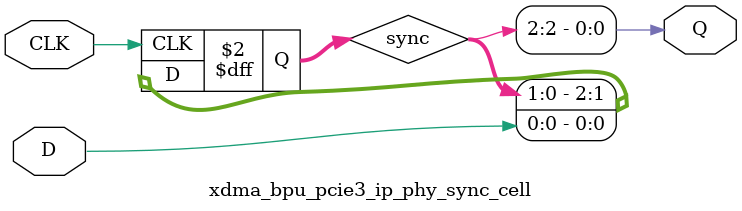
<source format=v>





`timescale 1ps / 1ps



//-------------------------------------------------------------------------------------------------
//  Synchronizer Library Module
//-------------------------------------------------------------------------------------------------
module xdma_bpu_pcie3_ip_phy_sync_cell #
(
    parameter integer STAGE = 2
)
(
    //-------------------------------------------------------------------------- 
    //  Input Ports
    //-------------------------------------------------------------------------- 
    input                               CLK,
    input                               D,
    
    //-------------------------------------------------------------------------- 
    //  Output Ports
    //-------------------------------------------------------------------------- 
    output                              Q
);

    //-------------------------------------------------------------------------- 
    //  Synchronized Signals
    //--------------------------------------------------------------------------  
    (* KEEP = "TRUE", ASYNC_REG = "TRUE", SHIFT_EXTRACT = "NO" *) reg [STAGE:0] sync;                                                            



//--------------------------------------------------------------------------------------------------
//  Synchronizier
//--------------------------------------------------------------------------------------------------
always @ (posedge CLK)
begin

    sync <= {sync[(STAGE-1):0], D};
            
end   



//--------------------------------------------------------------------------------------------------
//  Generate Output
//--------------------------------------------------------------------------------------------------
assign Q = sync[STAGE];


endmodule


</source>
